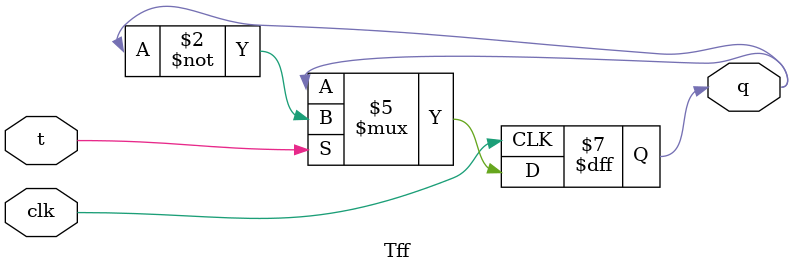
<source format=v>
`timescale 1ns / 1ps


module Tff(
    input t,
    input clk,
    output reg q =1
    );
    
    always @ (posedge clk) begin
    if(t)
        q <= ~q;
        else
        q <= q;
    end

endmodule

</source>
